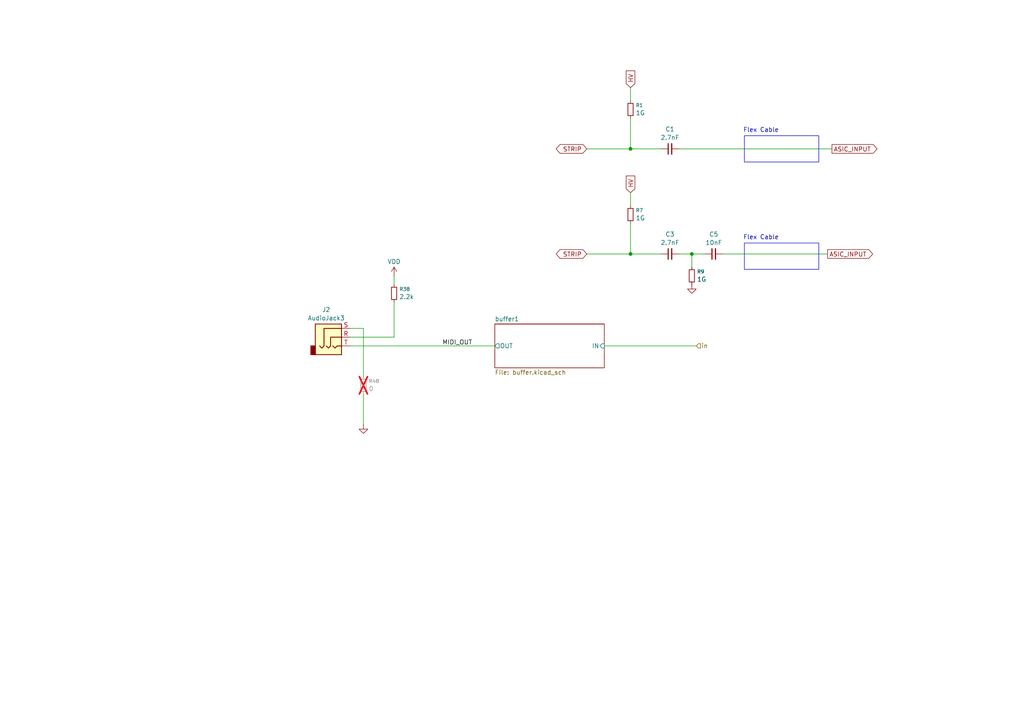
<source format=kicad_sch>
(kicad_sch (version 20250114) (generator "eeschema") (generator_version "9.0")
  (paper "A4")
  (lib_symbols
    (symbol "Connector_Audio:AudioJack3"
      (property "Reference" "J" (at 0 8.89 0))
      (property "Value" "AudioJack3" (at 0 6.35 0))
      (symbol "AudioJack3_0_1"
        (rectangle (start -5.08 -5.08) (end -6.35 -2.54) (stroke (width 0.254)) (fill (type outline)))
        (polyline (pts (xy -1.905 -2.54) (xy -1.27 -3.175) (xy -0.635 -2.54) (xy -0.635 0) (xy 2.54 0)) (stroke (width 0.254)))
        (polyline (pts (xy 0 -2.54) (xy 0.635 -3.175) (xy 1.27 -2.54) (xy 2.54 -2.54)) (stroke (width 0.254)))
        (rectangle (start 2.54 3.81) (end -5.08 -5.08) (stroke (width 0.254)) (fill (type background)))
        (polyline (pts (xy 2.54 2.54) (xy -2.54 2.54) (xy -2.54 -2.54) (xy -3.175 -3.175) (xy -3.81 -2.54)) (stroke (width 0.254)))
      )
      (symbol "AudioJack3_1_1"
        (pin passive line (at 5.08 2.54 180) (length 2.54) (name "~") (number "S"))
        (pin passive line (at 5.08 0 180) (length 2.54) (name "~") (number "R"))
        (pin passive line (at 5.08 -2.54 180) (length 2.54) (name "~") (number "T"))
      )
    )
    (symbol "Device:C_Small" (pin_numbers (hide yes)) (pin_names (offset 0.254) (hide yes))
      (property "Reference" "C" (at 0.254 1.778 0))
      (property "Value" "C_Small" (at 0.254 -2.032 0))
      (symbol "C_Small_0_1"
        (polyline (pts (xy -1.524 0.508) (xy 1.524 0.508)) (stroke (width 0.3048)))
        (polyline (pts (xy -1.524 -0.508) (xy 1.524 -0.508)) (stroke (width 0.3302)))
      )
      (symbol "C_Small_1_1"
        (pin passive line (at 0 2.54 270) (length 2.032) (name "~") (number "1"))
        (pin passive line (at 0 -2.54 90) (length 2.032) (name "~") (number "2"))
      )
    )
    (symbol "Device:R_Small" (pin_numbers (hide yes)) (pin_names (offset 0.254) (hide yes))
      (property "Reference" "R" (at 0 0 90))
      (property "Value" "R_Small" (at 1.778 0 90))
      (symbol "R_Small_0_1"
        (rectangle (start -0.762 1.778) (end 0.762 -1.778) (stroke (width 0.2032)))
      )
      (symbol "R_Small_1_1"
        (pin passive line (at 0 2.54 270) (length 0.762) (name "~") (number "1"))
        (pin passive line (at 0 -2.54 90) (length 0.762) (name "~") (number "2"))
      )
    )
    (symbol "power:GND" (power) (pin_numbers (hide yes)) (pin_names (offset 0) (hide yes))
      (property "Value" "GND" (at 0 -3.81 0))
      (symbol "GND_0_1"
        (polyline (pts (xy 0 0) (xy 0 -1.27) (xy 1.27 -1.27) (xy 0 -2.54) (xy -1.27 -1.27) (xy 0 -1.27)))
      )
      (symbol "GND_1_1"
        (pin power_in line (at 0 0 270) (length 0) (name "~") (number "1"))
      )
    )
    (symbol "power:VDD" (power) (pin_numbers (hide yes)) (pin_names (offset 0) (hide yes))
      (property "Value" "VDD" (at 0 3.556 0))
      (symbol "VDD_0_1"
        (polyline (pts (xy -0.762 1.27) (xy 0 2.54)))
        (polyline (pts (xy 0 2.54) (xy 0.762 1.27)))
        (polyline (pts (xy 0 0) (xy 0 2.54)))
      )
      (symbol "VDD_1_1"
        (pin power_in line (at 0 0 90) (length 0) (name "~") (number "1"))
      )
    )
  )
  (rectangle (start 215.9 39.37) (end 237.49 46.99))
  (rectangle (start 215.9 70.485) (end 237.49 78.105))
  (text "Flex Cable" (at 220.726 37.846 0) (effects (font (size 1.27 1.27))))
  (text "Flex Cable" (at 220.726 68.961 0) (effects (font (size 1.27 1.27))))
  (junction (at 182.88 43.18))
  (junction (at 182.88 73.66))
  (junction (at 200.66 73.66))
  (wire (pts (xy 175.26 100.33) (xy 201.93 100.33)))
  (wire (pts (xy 182.88 64.77) (xy 182.88 73.66)))
  (wire (pts (xy 196.85 73.66) (xy 200.66 73.66)))
  (wire (pts (xy 182.88 43.18) (xy 191.77 43.18)))
  (wire (pts (xy 114.3 80.01) (xy 114.3 82.55)))
  (wire (pts (xy 182.88 73.66) (xy 191.77 73.66)))
  (wire (pts (xy 200.66 73.66) (xy 200.66 77.47)))
  (wire (pts (xy 101.6 95.25) (xy 105.41 95.25)))
  (wire (pts (xy 170.18 43.18) (xy 182.88 43.18)))
  (wire (pts (xy 105.41 114.3) (xy 105.41 123.19)))
  (wire (pts (xy 114.3 97.79) (xy 101.6 97.79)))
  (wire (pts (xy 196.85 43.18) (xy 241.3 43.18)))
  (wire (pts (xy 114.3 87.63) (xy 114.3 97.79)))
  (wire (pts (xy 209.55 73.66) (xy 240.03 73.66)))
  (wire (pts (xy 200.66 73.66) (xy 204.47 73.66)))
  (wire (pts (xy 182.88 55.88) (xy 182.88 59.69)))
  (wire (pts (xy 182.88 34.29) (xy 182.88 43.18)))
  (wire (pts (xy 182.88 25.4) (xy 182.88 29.21)))
  (wire (pts (xy 101.6 100.33) (xy 143.51 100.33)))
  (wire (pts (xy 170.18 73.66) (xy 182.88 73.66)))
  (wire (pts (xy 105.41 95.25) (xy 105.41 109.22)))
  (label "MIDI_OUT" (at 128.27 100.33 0))
  (global_label "HV" (shape input) (at 182.88 55.88 90) (property "Intersheetrefs" "${INTERSHEET_REFS}" (effects (hide yes))))
  (global_label "ASIC_INPUT" (shape output) (at 241.3 43.18 0) (property "Intersheetrefs" "${INTERSHEET_REFS}" (effects (hide yes))))
  (global_label "HV" (shape input) (at 182.88 25.4 90) (property "Intersheetrefs" "${INTERSHEET_REFS}" (effects (hide yes))))
  (global_label "ASIC_INPUT" (shape output) (at 240.03 73.66 0) (property "Intersheetrefs" "${INTERSHEET_REFS}" (effects (hide yes))))
  (global_label "STRIP" (shape bidirectional) (at 170.18 73.66 180) (property "Intersheetrefs" "${INTERSHEET_REFS}" (effects (hide yes))))
  (global_label "STRIP" (shape bidirectional) (at 170.18 43.18 180) (property "Intersheetrefs" "${INTERSHEET_REFS}" (effects (hide yes))))
  (hierarchical_label "in" (shape input) (at 201.93 100.33 0))
  (symbol (lib_id "Device:C_Small") (at 194.31 73.66 90) (unit 1)
    (property "Reference" "C3" (at 194.3163 67.9534 90))
    (property "Value" "2.7nF" (at 194.3163 70.3777 90))
    (property "Description" "Unpolarized capacitor, small symbol" (effects (hide yes)))
    (instances (project "tdm_b1" (path "" (reference "C3") (unit 1)) (path "" (reference "C4") (unit 1))))
  )
  (symbol (lib_id "Device:C_Small") (at 194.31 43.18 90) (unit 1)
    (property "Reference" "C1" (at 194.3163 37.4734 90))
    (property "Value" "2.7nF" (at 194.3163 39.8977 90))
    (property "Description" "Unpolarized capacitor, small symbol" (effects (hide yes)))
    (instances (project "" (path "" (reference "C1") (unit 1)) (path "" (reference "C2") (unit 1))))
  )
  (symbol (lib_id "Device:R_Small") (at 182.88 31.75 180) (unit 1)
    (property "Reference" "R1" (at 184.3786 30.5378 0) (effects (font (size 1.016 1.016)) (justify right)))
    (property "Value" "1G" (at 184.3786 32.7577 0) (effects (justify right)))
    (property "Footprint" "Resistor_SMD:R_0603_1608Metric" (effects (hide yes)))
    (property "Description" "Resistor, small symbol" (effects (hide yes)))
    (property "PN" "CRCW06032K20FKEA" (effects (hide yes)))
    (instances (project "tdm_b1" (path "" (reference "R1") (unit 1)) (path "" (reference "R2") (unit 1))))
  )
  (symbol (lib_id "Device:R_Small") (at 114.3 85.09 180) (unit 1)
    (property "Reference" "R38" (at 115.7986 83.8778 0) (effects (font (size 1.016 1.016)) (justify right)))
    (property "Value" "2.2k" (at 115.7986 86.0977 0) (effects (justify right)))
    (property "Footprint" "Resistor_SMD:R_0603_1608Metric" (effects (hide yes)))
    (property "Description" "Resistor, small symbol" (effects (hide yes)))
    (property "PN" "CRCW06032K20FKEA" (effects (hide yes)))
    (instances (project "nucleo_tdm_breakout1" (path "" (reference "R38") (unit 1)) (path "" (reference "R43") (unit 1))))
  )
  (symbol (lib_id "power:VDD") (at 114.3 80.01 0) (unit 1)
    (property "Reference" "#PWR011" (effects (hide yes)))
    (property "Value" "VDD" (at 114.3 75.8769 0))
    (property "Description" "Power symbol creates a global label with name \"VDD\"" (effects (hide yes)))
    (instances (project "nucleo_tdm_breakout1" (path "" (reference "#PWR011") (unit 1)) (path "" (reference "#PWR020") (unit 1))))
  )
  (symbol (lib_id "power:GND") (at 105.41 123.19 0) (unit 1)
    (property "Reference" "#PWR012" (effects (hide yes)))
    (property "Value" "GND" (effects (hide yes)))
    (property "Description" "Power symbol creates a global label with name \"GND\" , ground" (effects (hide yes)))
    (instances (project "nucleo_tdm_breakout1" (path "" (reference "#PWR012") (unit 1)) (path "" (reference "#PWR018") (unit 1))))
  )
  (symbol (lib_id "Device:C_Small") (at 207.01 73.66 90) (unit 1)
    (property "Reference" "C5" (at 207.0163 67.9534 90))
    (property "Value" "10nF" (at 207.0163 70.3777 90))
    (property "Description" "Unpolarized capacitor, small symbol" (effects (hide yes)))
    (instances (project "tdm_b1" (path "" (reference "C5") (unit 1)) (path "" (reference "C6") (unit 1))))
  )
  (symbol (lib_id "Device:R_Small") (at 200.66 80.01 180) (unit 1)
    (property "Reference" "R9" (at 202.1586 78.7978 0) (effects (font (size 1.016 1.016)) (justify right)))
    (property "Value" "1G" (at 202.1586 81.0177 0) (effects (justify right)))
    (property "Footprint" "Resistor_SMD:R_0603_1608Metric" (effects (hide yes)))
    (property "Description" "Resistor, small symbol" (effects (hide yes)))
    (property "PN" "CRCW06032K20FKEA" (effects (hide yes)))
    (instances (project "tdm_b1" (path "" (reference "R9") (unit 1)) (path "" (reference "R10") (unit 1))))
  )
  (symbol (lib_id "power:GND") (at 200.66 82.55 0) (unit 1)
    (property "Reference" "#PWR027" (effects (hide yes)))
    (property "Value" "GND" (effects (hide yes)))
    (property "Description" "Power symbol creates a global label with name \"GND\" , ground" (effects (hide yes)))
    (instances (project "" (path "" (reference "#PWR027") (unit 1)) (path "" (reference "#PWR028") (unit 1))))
  )
  (symbol (lib_id "Connector_Audio:AudioJack3") (at 96.52 97.79 0) (unit 1)
    (property "Reference" "J2" (at 94.615 89.8355 0))
    (property "Value" "AudioJack3" (at 94.615 92.2598 0))
    (property "Footprint" "nucleo_tdm_breakout:SJ1-3523N" (effects (hide yes)))
    (property "Description" "Audio Jack, 3 Poles (Stereo / TRS)" (effects (hide yes)))
    (property "PN" "SJ1-3523N" (effects (hide yes)))
    (instances (project "nucleo_tdm_breakout1" (path "" (reference "J2") (unit 1)) (path "" (reference "J4") (unit 1))))
  )
  (symbol (lib_id "Device:R_Small") (at 105.41 111.76 180) (unit 1) (dnp yes)
    (property "Reference" "R48" (at 106.9086 110.5478 0) (effects (font (size 1.016 1.016)) (justify right)))
    (property "Value" "0" (at 106.9086 112.7677 0) (effects (justify right)))
    (property "Footprint" "Resistor_SMD:R_0603_1608Metric" (effects (hide yes)))
    (property "Description" "Resistor, small symbol" (effects (hide yes)))
    (property "PN" "CRCW06030000Z0EA" (effects (hide yes)))
    (instances (project "nucleo_tdm_breakout1" (path "" (reference "R48") (unit 1)) (path "" (reference "R49") (unit 1))))
  )
  (symbol (lib_id "Device:R_Small") (at 182.88 62.23 180) (unit 1)
    (property "Reference" "R7" (at 184.3786 61.0178 0) (effects (font (size 1.016 1.016)) (justify right)))
    (property "Value" "1G" (at 184.3786 63.2377 0) (effects (justify right)))
    (property "Footprint" "Resistor_SMD:R_0603_1608Metric" (effects (hide yes)))
    (property "Description" "Resistor, small symbol" (effects (hide yes)))
    (property "PN" "CRCW06032K20FKEA" (effects (hide yes)))
    (instances (project "tdm_b1" (path "" (reference "R7") (unit 1)) (path "" (reference "R8") (unit 1))))
  )
  (sheet (at 143.51 93.98) (size 31.75 12.7) (stroke (width 0.1524))
    (property "Sheetname" "buffer1" (at 143.51 93.2684 0) (effects (justify left bottom)))
    (property "Sheetfile" "buffer.kicad_sch" (at 143.51 107.2646 0) (effects (justify left top)))
    (pin "IN" input (at 175.26 100.33 0))
    (pin "OUT" output (at 143.51 100.33 180))
  )
)
</source>
